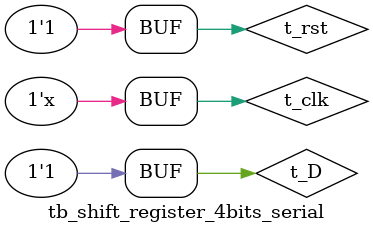
<source format=v>
module tb_shift_register_4bits_serial;

reg t_clk;
reg t_rst;
reg t_D;
wire [3:0] t_Q;
wire [3:0] t_Qbar;

shift_register_4bits_serial t_shift_register_4bits_serial
(
	.clk(t_clk),
	.rst(t_rst),
	.D(t_D),
	.Q(t_Q),
	.Qbar(t_Qbar)
);


initial
begin
	t_clk = 1'b1;
	t_rst = 1'b0;
	t_D = 1'b0;
end

always
begin
	#5 t_clk = ~t_clk;
end

initial
begin
	#10 t_D = 1'b1; t_rst = 1'b0;
	#10 t_D = 1'b0; t_rst = 1'b0;
	#10 t_D = 1'b1; t_rst = 1'b0;
	#10 t_D = 1'b1; t_rst = 1'b0;
	#10 t_D = 1'b0; t_rst = 1'b1;
	#10 t_D = 1'b1; t_rst = 1'b1;
	#10 t_D = 1'b1; t_rst = 1'b0;
	#10 t_D = 1'b1; t_rst = 1'b0;
	#10 t_D = 1'b0; t_rst = 1'b0;
	#10 t_D = 1'b1; t_rst = 1'b0;
	#10 t_D = 1'b1; t_rst = 1'b0;
	#10 t_D = 1'b1; t_rst = 1'b1;
end

endmodule
</source>
